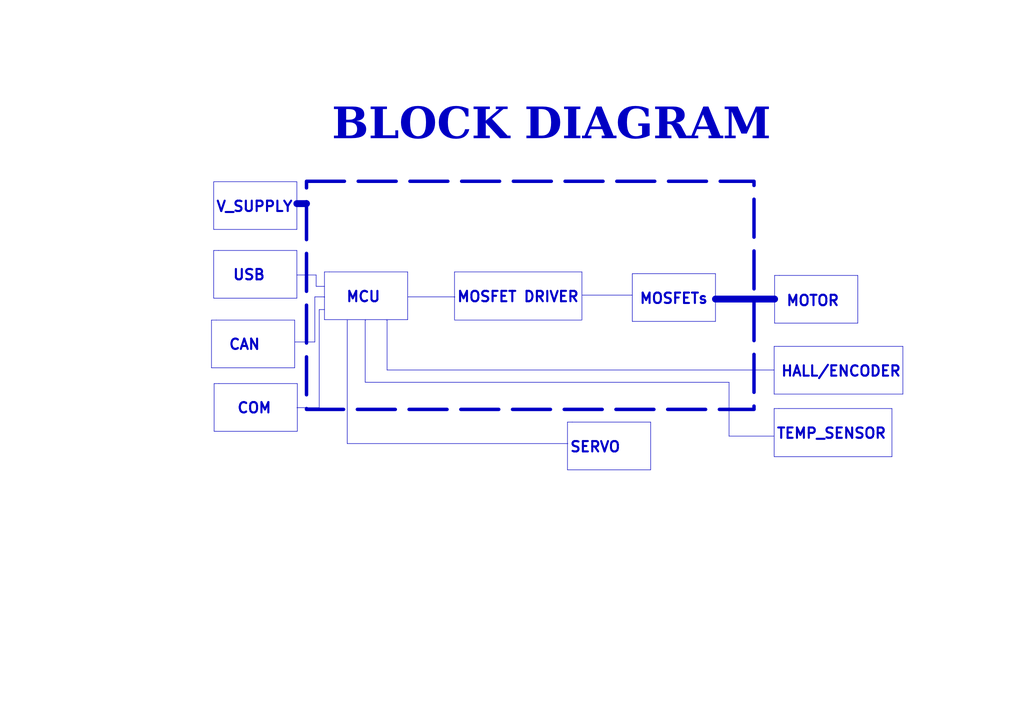
<source format=kicad_sch>
(kicad_sch (version 20230121) (generator eeschema)
  (paper "A4")
  (title_block (title "BLOCK DIAGRAM") (date "2025-01-25"))
  (lib_symbols)
  (polyline (pts (xy 164.719 128.651) (xy 100.711 128.651)))
  (polyline (pts (xy 224.536 114.3) (xy 224.536 100.457)))
  (polyline (pts (xy 105.918 92.837) (xy 106.045 92.837)))
  (polyline (pts (xy 94.107 92.71) (xy 94.107 78.867)))
  (polyline (pts (xy 61.341 106.68) (xy 61.341 92.837)))
  (polyline (pts (xy 131.826 92.71) (xy 131.826 78.867)))
  (polyline (pts (xy 91.313 86.106) (xy 94.107 86.106)))
  (polyline (pts (xy 63.5 111.252) (xy 86.233 111.252)))
  (polyline (pts (xy 224.536 118.491) (xy 225.933 118.491)))
  (polyline (pts (xy 86.106 118.237) (xy 92.583 118.237)))
  (polyline (pts (xy 211.455 110.871) (xy 105.918 110.871)))
  (polyline (pts (xy 225.933 118.491) (xy 258.699 118.491)))
  (polyline (pts (xy 224.536 132.334) (xy 224.536 118.491)))
  (polyline (pts (xy 86.233 111.252) (xy 86.233 125.095)))
  (polyline (pts (xy 61.976 86.487) (xy 61.976 72.644)))
  (polyline (pts (xy 61.976 66.548) (xy 61.976 52.705)))
  (polyline (pts (xy 133.35 78.867) (xy 168.783 78.867)))
  (polyline (pts (xy 258.699 132.461) (xy 224.536 132.461)))
  (polyline (pts (xy 261.874 100.457) (xy 261.874 114.3)))
  (polyline (pts (xy 112.141 92.837) (xy 112.268 92.837)))
  (polyline (pts (xy 224.409 126.492) (xy 211.455 126.492)))
  (polyline (pts (xy 168.656 92.837) (xy 131.826 92.837)))
  (polyline (pts (xy 62.103 125.095) (xy 62.103 111.252)))
  (polyline (pts (xy 168.783 78.867) (xy 168.783 92.837)))
  (polyline (pts (xy 224.663 93.726) (xy 224.663 79.883)))
  (polyline (pts (xy 225.933 100.457) (xy 261.874 100.457)))
  (polyline (pts (xy 226.06 79.883) (xy 248.793 79.883)))
  (polyline (pts (xy 183.388 93.218) (xy 183.388 79.375)))
  (polyline (pts (xy 63.373 72.644) (xy 86.106 72.644)))
  (polyline (pts (xy 224.663 79.883) (xy 226.06 79.883)))
  (polyline (pts (xy 207.518 93.218) (xy 183.388 93.218)))
  (polyline (pts (xy 95.504 78.867) (xy 118.237 78.867)))
  (polyline (pts (xy 61.976 52.705) (xy 63.373 52.705)))
  (polyline (pts (xy 207.518 86.741) (xy 207.518 86.487)))
  (polyline (pts (xy 183.388 85.598) (xy 183.388 85.725)))
  (polyline (pts (xy 165.989 122.428) (xy 188.722 122.428)))
  (polyline (pts (xy 248.793 93.726) (xy 224.663 93.726)))
  (polyline (pts (xy 248.793 79.883) (xy 248.793 93.726)))
  (polyline (pts (xy 261.874 114.3) (xy 224.536 114.3)))
  (polyline (pts (xy 183.388 79.375) (xy 184.785 79.375)))
  (polyline (pts (xy 94.107 78.867) (xy 95.504 78.867)))
  (polyline (pts (xy 258.699 118.491) (xy 258.699 132.461)))
  (polyline (pts (xy 118.237 78.867) (xy 118.237 92.71)))
  (polyline (pts (xy 164.592 122.428) (xy 165.989 122.428)))
  (polyline (pts (xy 105.918 110.871) (xy 105.918 92.837)))
  (polyline (pts (xy 91.694 79.756) (xy 91.694 83.058)))
  (polyline (pts (xy 86.106 66.548) (xy 61.976 66.548)))
  (polyline (pts (xy 131.826 86.106) (xy 131.826 86.233)))
  (polyline (pts (xy 91.694 83.058) (xy 94.107 83.058)))
  (polyline (pts (xy 92.583 89.789) (xy 94.107 89.789)))
  (polyline (pts (xy 85.471 92.837) (xy 85.471 106.68)))
  (polyline (pts (xy 224.536 100.457) (xy 225.933 100.457)))
  (polyline (pts (xy 131.826 78.867) (xy 133.223 78.867)))
  (polyline (pts (xy 86.233 125.095) (xy 62.103 125.095)))
  (polyline (pts (xy 86.106 72.644) (xy 86.106 86.487)))
  (polyline (pts (xy 85.471 106.68) (xy 61.341 106.68)))
  (polyline (pts (xy 211.455 126.492) (xy 211.455 110.871)))
  (polyline (pts (xy 61.341 92.837) (xy 62.738 92.837)))
  (polyline (pts (xy 62.738 92.837) (xy 85.471 92.837)))
  (polyline (pts (xy 92.583 118.237) (xy 92.583 89.789)))
  (polyline (pts (xy 94.107 86.106) (xy 94.107 86.233)))
  (polyline (pts (xy 86.106 59.055) (xy 88.9 59.055)) (stroke (width 2) (type solid)))
  (polyline (pts (xy 61.976 72.644) (xy 63.373 72.644)))
  (polyline (pts (xy 188.722 122.428) (xy 188.722 136.271)))
  (polyline (pts (xy 112.268 107.315) (xy 112.268 92.837)))
  (polyline (pts (xy 86.106 79.756) (xy 91.694 79.756)))
  (polyline (pts (xy 164.592 136.271) (xy 164.592 122.428)))
  (polyline (pts (xy 184.785 79.375) (xy 207.518 79.375)))
  (polyline (pts (xy 118.364 86.106) (xy 131.953 86.106)))
  (polyline (pts (xy 86.106 86.487) (xy 61.976 86.487)))
  (polyline (pts (xy 207.518 79.375) (xy 207.518 93.218)))
  (polyline (pts (xy 100.711 92.837) (xy 100.711 128.651)))
  (polyline (pts (xy 86.106 59.436) (xy 86.106 59.055)))
  (polyline (pts (xy 63.373 52.705) (xy 86.106 52.705)))
  (polyline (pts (xy 86.106 52.705) (xy 86.106 66.548)))
  (polyline (pts (xy 188.722 136.271) (xy 164.592 136.271)))
  (polyline (pts (xy 168.91 85.598) (xy 183.388 85.598)))
  (polyline (pts (xy 224.536 107.315) (xy 112.268 107.315)))
  (polyline (pts (xy 91.313 99.187) (xy 91.313 86.106)))
  (polyline (pts (xy 118.237 92.71) (xy 94.107 92.71)))
  (polyline (pts (xy 85.598 99.187) (xy 91.313 99.187)))
  (polyline (pts (xy 224.663 86.741) (xy 207.518 86.741)) (stroke (width 2) (type solid)))
  (polyline (pts (xy 62.103 111.252) (xy 63.5 111.252)))
  (rectangle (start 88.9 52.578) (end 218.694 118.745) (stroke (width 1) (type dash)))
  (text "TEMP_SENSOR" (at 225.044 127.635 0) (effects (font (size 3 3) bold) (justify left bottom)))
  (text "COM" (at 68.58 120.269 0) (effects (font (size 3 3) bold) (justify left bottom)))
  (text "CAN" (at 66.167 101.854 0) (effects (font (size 3 3) bold) (justify left bottom)))
  (text "MOSFETs" (at 185.293 88.519 0) (effects (font (size 3 3) bold) (justify left bottom)))
  (text "SERVO\n" (at 165.1 131.572 0) (effects (font (size 3 3) bold) (justify left bottom)))
  (text "MOTOR" (at 227.838 89.154 0) (effects (font (size 3 3) bold) (justify left bottom)))
  (text "HALL/ENCODER" (at 226.314 109.601 0) (effects (font (size 3 3) bold) (justify left bottom)))
  (text "MCU" (at 100.203 88.011 0) (effects (font (size 3 3) bold) (justify left bottom)))
  (text "V_SUPPLY" (at 62.484 61.849 0) (effects (font (size 3 3) bold) (justify left bottom)))
  (text "MOSFET DRIVER" (at 132.334 88.011 0) (effects (font (size 3 3) bold) (justify left bottom)))
  (text "${TITLE}\n" (at 96.266 44.196 0) (effects (font (size 9 9) (thickness 1.8) bold) (justify left bottom)))
  (text "USB" (at 67.31 81.661 0) (effects (font (size 3 3) bold) (justify left bottom)))
)
</source>
